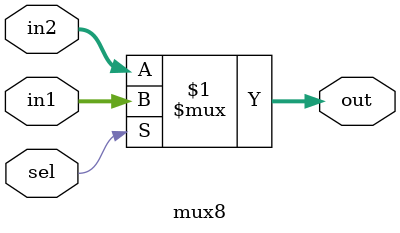
<source format=v>
module mux8(sel,in1,in2,out);
  input sel;
  input [7:0] in1;
  input [7:0] in2;
  output [7:0] out;
  assign out = sel?in1:in2;
endmodule
      
  

</source>
